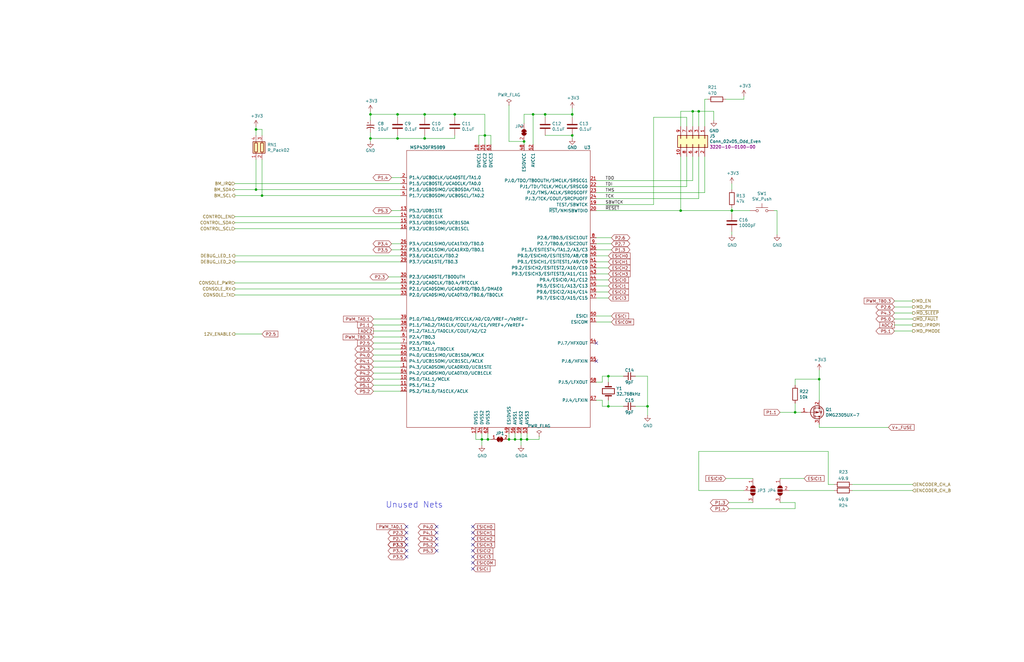
<source format=kicad_sch>
(kicad_sch (version 20230121) (generator eeschema)
  (paper "B")
  (title_block (date "2024-09-27") (rev "1.5") (comment 1 "Design by: Matt Casari") (comment 2 "Updated by Joseph Kurina"))
  (lib_symbols
    (symbol "Connector_Generic:Conn_02x05_Odd_Even" (pin_names (offset 1.016) hide)
      (property "Reference" "J" (at 1.27 7.62 0))
      (property "Value" "Conn_02x05_Odd_Even" (at 1.27 -7.62 0))
      (symbol "Conn_02x05_Odd_Even_1_1"
        (rectangle (start -1.27 -4.953) (end 0 -5.207) (stroke (width 0.1524)))
        (rectangle (start -1.27 -2.413) (end 0 -2.667) (stroke (width 0.1524)))
        (rectangle (start -1.27 0.127) (end 0 -0.127) (stroke (width 0.1524)))
        (rectangle (start -1.27 2.667) (end 0 2.413) (stroke (width 0.1524)))
        (rectangle (start -1.27 5.207) (end 0 4.953) (stroke (width 0.1524)))
        (rectangle (start -1.27 6.35) (end 3.81 -6.35) (stroke (width 0.254)) (fill (type background)))
        (rectangle (start 3.81 -4.953) (end 2.54 -5.207) (stroke (width 0.1524)))
        (rectangle (start 3.81 -2.413) (end 2.54 -2.667) (stroke (width 0.1524)))
        (rectangle (start 3.81 0.127) (end 2.54 -0.127) (stroke (width 0.1524)))
        (rectangle (start 3.81 2.667) (end 2.54 2.413) (stroke (width 0.1524)))
        (rectangle (start 3.81 5.207) (end 2.54 4.953) (stroke (width 0.1524)))
        (pin passive line (at -5.08 5.08 0) (length 3.81) (name "Pin_1") (number "1"))
        (pin passive line (at 7.62 -5.08 180) (length 3.81) (name "Pin_10") (number "10"))
        (pin passive line (at 7.62 5.08 180) (length 3.81) (name "Pin_2") (number "2"))
        (pin passive line (at -5.08 2.54 0) (length 3.81) (name "Pin_3") (number "3"))
        (pin passive line (at 7.62 2.54 180) (length 3.81) (name "Pin_4") (number "4"))
        (pin passive line (at -5.08 0 0) (length 3.81) (name "Pin_5") (number "5"))
        (pin passive line (at 7.62 0 180) (length 3.81) (name "Pin_6") (number "6"))
        (pin passive line (at -5.08 -2.54 0) (length 3.81) (name "Pin_7") (number "7"))
        (pin passive line (at 7.62 -2.54 180) (length 3.81) (name "Pin_8") (number "8"))
        (pin passive line (at -5.08 -5.08 0) (length 3.81) (name "Pin_9") (number "9"))
      )
    )
    (symbol "Device:C" (pin_numbers hide) (pin_names (offset 0.254))
      (property "Reference" "C" (at 0.635 2.54 0))
      (property "Value" "C" (at 0.635 -2.54 0))
      (symbol "C_0_1"
        (polyline (pts (xy -2.032 -0.762) (xy 2.032 -0.762)) (stroke (width 0.508)))
        (polyline (pts (xy -2.032 0.762) (xy 2.032 0.762)) (stroke (width 0.508)))
      )
      (symbol "C_1_1"
        (pin passive line (at 0 3.81 270) (length 2.794) (name "~") (number "1"))
        (pin passive line (at 0 -3.81 90) (length 2.794) (name "~") (number "2"))
      )
    )
    (symbol "Device:C_Polarized_Small_US" (pin_numbers hide) (pin_names (offset 0.254) hide)
      (property "Reference" "C" (at 0.254 1.778 0))
      (property "Value" "C_Polarized_Small_US" (at 0.254 -2.032 0))
      (symbol "C_Polarized_Small_US_0_1"
        (polyline (pts (xy -1.524 0.508) (xy 1.524 0.508)) (stroke (width 0.3048)))
        (polyline (pts (xy -1.27 1.524) (xy -0.762 1.524)))
        (polyline (pts (xy -1.016 1.27) (xy -1.016 1.778)))
        (arc (start 1.524 -0.762) (mid 0 -0.3734) (end -1.524 -0.762) (stroke (width 0.3048)))
      )
      (symbol "C_Polarized_Small_US_1_1"
        (pin passive line (at 0 2.54 270) (length 2.032) (name "~") (number "1"))
        (pin passive line (at 0 -2.54 90) (length 2.032) (name "~") (number "2"))
      )
    )
    (symbol "Device:C_Small" (pin_numbers hide) (pin_names (offset 0.254) hide)
      (property "Reference" "C" (at 0.254 1.778 0))
      (property "Value" "C_Small" (at 0.254 -2.032 0))
      (symbol "C_Small_0_1"
        (polyline (pts (xy -1.524 -0.508) (xy 1.524 -0.508)) (stroke (width 0.3302)))
        (polyline (pts (xy -1.524 0.508) (xy 1.524 0.508)) (stroke (width 0.3048)))
      )
      (symbol "C_Small_1_1"
        (pin passive line (at 0 2.54 270) (length 2.032) (name "~") (number "1"))
        (pin passive line (at 0 -2.54 90) (length 2.032) (name "~") (number "2"))
      )
    )
    (symbol "Device:Crystal" (pin_numbers hide) (pin_names (offset 1.016) hide)
      (property "Reference" "Y" (at 0 3.81 0))
      (property "Value" "Crystal" (at 0 -3.81 0))
      (symbol "Crystal_0_1"
        (rectangle (start -1.143 2.54) (end 1.143 -2.54) (stroke (width 0.3048)))
        (polyline (pts (xy -2.54 0) (xy -1.905 0)))
        (polyline (pts (xy -1.905 -1.27) (xy -1.905 1.27)) (stroke (width 0.508)))
        (polyline (pts (xy 1.905 -1.27) (xy 1.905 1.27)) (stroke (width 0.508)))
        (polyline (pts (xy 2.54 0) (xy 1.905 0)))
      )
      (symbol "Crystal_1_1"
        (pin passive line (at -3.81 0 0) (length 1.27) (name "1") (number "1"))
        (pin passive line (at 3.81 0 180) (length 1.27) (name "2") (number "2"))
      )
    )
    (symbol "Device:R" (pin_numbers hide) (pin_names (offset 0))
      (property "Reference" "R" (at 2.032 0 90))
      (property "Value" "R" (at 0 0 90))
      (symbol "R_0_1"
        (rectangle (start -1.016 -2.54) (end 1.016 2.54) (stroke (width 0.254)))
      )
      (symbol "R_1_1"
        (pin passive line (at 0 3.81 270) (length 1.27) (name "~") (number "1"))
        (pin passive line (at 0 -3.81 90) (length 1.27) (name "~") (number "2"))
      )
    )
    (symbol "Device:R_Pack02" (pin_names (offset 0) hide)
      (property "Reference" "RN" (at -5.08 0 90))
      (property "Value" "R_Pack02" (at 2.54 0 90))
      (symbol "R_Pack02_0_1"
        (rectangle (start -3.81 -2.413) (end 1.27 2.413) (stroke (width 0.254)) (fill (type background)))
        (rectangle (start -3.175 1.905) (end -1.905 -1.905) (stroke (width 0.254)))
        (rectangle (start -0.635 1.905) (end 0.635 -1.905) (stroke (width 0.254)))
        (polyline (pts (xy -2.54 -2.54) (xy -2.54 -1.905)))
        (polyline (pts (xy -2.54 1.905) (xy -2.54 2.54)))
        (polyline (pts (xy 0 -2.54) (xy 0 -1.905)))
        (polyline (pts (xy 0 1.905) (xy 0 2.54)))
      )
      (symbol "R_Pack02_1_1"
        (pin passive line (at -2.54 -5.08 90) (length 2.54) (name "R1.1") (number "1"))
        (pin passive line (at 0 -5.08 90) (length 2.54) (name "R2.1") (number "2"))
        (pin passive line (at 0 5.08 270) (length 2.54) (name "R2.2") (number "3"))
        (pin passive line (at -2.54 5.08 270) (length 2.54) (name "R1.2") (number "4"))
      )
    )
    (symbol "Jumper:SolderJumper_2_Bridged" (pin_names (offset 0) hide)
      (property "Reference" "JP" (at 0 2.032 0))
      (property "Value" "SolderJumper_2_Bridged" (at 0 -2.54 0))
      (symbol "SolderJumper_2_Bridged_0_1"
        (rectangle (start -0.508 0.508) (end 0.508 -0.508) (fill (type outline)))
        (arc (start -0.254 1.016) (mid -1.2656 0) (end -0.254 -1.016))
        (arc (start -0.254 1.016) (mid -1.2656 0) (end -0.254 -1.016) (fill (type outline)))
        (polyline (pts (xy -0.254 1.016) (xy -0.254 -1.016)))
        (polyline (pts (xy 0.254 1.016) (xy 0.254 -1.016)))
        (arc (start 0.254 -1.016) (mid 1.2656 0) (end 0.254 1.016))
        (arc (start 0.254 -1.016) (mid 1.2656 0) (end 0.254 1.016) (fill (type outline)))
      )
      (symbol "SolderJumper_2_Bridged_1_1"
        (pin passive line (at -3.81 0 0) (length 2.54) (name "A") (number "1"))
        (pin passive line (at 3.81 0 180) (length 2.54) (name "B") (number "2"))
      )
    )
    (symbol "Jumper:SolderJumper_3_Open" (pin_names (offset 0) hide)
      (property "Reference" "JP" (at -2.54 -2.54 0))
      (property "Value" "SolderJumper_3_Open" (at 0 2.794 0))
      (symbol "SolderJumper_3_Open_0_1"
        (arc (start -1.016 1.016) (mid -2.0276 0) (end -1.016 -1.016))
        (arc (start -1.016 1.016) (mid -2.0276 0) (end -1.016 -1.016) (fill (type outline)))
        (rectangle (start -0.508 1.016) (end 0.508 -1.016) (fill (type outline)))
        (polyline (pts (xy -2.54 0) (xy -2.032 0)))
        (polyline (pts (xy -1.016 1.016) (xy -1.016 -1.016)))
        (polyline (pts (xy 0 -1.27) (xy 0 -1.016)))
        (polyline (pts (xy 1.016 1.016) (xy 1.016 -1.016)))
        (polyline (pts (xy 2.54 0) (xy 2.032 0)))
        (arc (start 1.016 -1.016) (mid 2.0276 0) (end 1.016 1.016))
        (arc (start 1.016 -1.016) (mid 2.0276 0) (end 1.016 1.016) (fill (type outline)))
      )
      (symbol "SolderJumper_3_Open_1_1"
        (pin passive line (at -5.08 0 0) (length 2.54) (name "A") (number "1"))
        (pin passive line (at 0 -3.81 90) (length 2.54) (name "C") (number "2"))
        (pin passive line (at 5.08 0 180) (length 2.54) (name "B") (number "3"))
      )
    )
    (symbol "PMEL_Microcontroller:MSP430FR5989" (pin_names (offset 1.016))
      (property "Reference" "U" (at 33.02 58.42 0))
      (property "Value" "MSP430FR5989" (at -31.75 59.69 0))
      (symbol "MSP430FR5989_0_0"
        (pin bidirectional line (at -41.91 -34.29 0) (length 2.54) (name "P4.3/UCA0SOMI/UCA0RXD/UCB1STE") (number "1"))
        (pin bidirectional line (at -41.91 -39.37 0) (length 2.54) (name "P5.0/TA1.1/MCLK") (number "10"))
        (pin bidirectional line (at -41.91 -41.91 0) (length 2.54) (name "P5.1/TA1.2") (number "11"))
        (pin bidirectional line (at -41.91 -44.45 0) (length 2.54) (name "P5.2/TA1.0/TA1CLK/ACLK") (number "12"))
        (pin bidirectional line (at -41.91 31.75 0) (length 2.54) (name "P5.3/UDB1STE") (number "13"))
        (pin bidirectional line (at -41.91 29.21 0) (length 2.54) (name "P3.0/UCB1CLK") (number "14"))
        (pin bidirectional line (at -41.91 26.67 0) (length 2.54) (name "P3.1/UDB1SIMO/UCB1SDA") (number "15"))
        (pin bidirectional line (at -41.91 24.13 0) (length 2.54) (name "P3.2/UCB1SOMI/UCB1SCL") (number "16"))
        (pin power_in line (at -10.16 -62.23 90) (length 2.54) (name "DVSS1") (number "17"))
        (pin power_in line (at -8.89 59.69 270) (length 2.54) (name "DVCC1") (number "18"))
        (pin input line (at 40.64 34.29 180) (length 2.54) (name "TEST/SBWTCK") (number "19"))
        (pin bidirectional line (at -41.91 45.72 0) (length 2.54) (name "P1.4/UCB0CLK/UCA0STE/TA1.0") (number "2"))
        (pin input line (at 40.64 31.75 180) (length 2.54) (name "~{RST}/NMISBWTDIO") (number "20"))
        (pin bidirectional line (at 40.64 44.45 180) (length 2.54) (name "PJ.0/TDO/TB0OUTH/SMCLK/SRSCG1") (number "21"))
        (pin bidirectional line (at 40.64 41.91 180) (length 2.54) (name "PJ1/TDI/TCLK/MCLK/SRSCG0") (number "22"))
        (pin bidirectional line (at 40.64 39.37 180) (length 2.54) (name "PJ2/TMS/ACLK/SROSCOFF") (number "23"))
        (pin bidirectional line (at 40.64 36.83 180) (length 2.54) (name "PJ.3/TCK/COUT/SRCPUOFF") (number "24"))
        (pin bidirectional line (at -41.91 -26.67 0) (length 2.54) (name "P3.3/TA1.1/TB0CLK") (number "25"))
        (pin bidirectional line (at -41.91 17.78 0) (length 2.54) (name "P3.4/UCA1SIMO/UCA1TXD/TB0.0") (number "26"))
        (pin bidirectional line (at -41.91 15.24 0) (length 2.54) (name "P3.5/UCA1SOMI/UCA1RXD/TB0.1") (number "27"))
        (pin bidirectional line (at -41.91 12.7 0) (length 2.54) (name "P3.6/UCA1CLK/TB0.2") (number "28"))
        (pin bidirectional line (at -41.91 10.16 0) (length 2.54) (name "P3.7/UCA1STE/TB0.3") (number "29"))
        (pin bidirectional line (at -41.91 43.18 0) (length 2.54) (name "P1.5/UCB0STE/UCA0CLK/TA0.0") (number "3"))
        (pin bidirectional line (at -41.91 3.81 0) (length 2.54) (name "P2.3/UCA0STE/TB0OUTH") (number "30"))
        (pin bidirectional line (at -41.91 1.27 0) (length 2.54) (name "P2.2/UCA0CLK/TB0.4/RTCCLK") (number "31"))
        (pin bidirectional line (at -41.91 -1.27 0) (length 2.54) (name "P2.1/UCA0SOMI/UCA0RXD/TB0.5/DMAE0") (number "32"))
        (pin bidirectional line (at -41.91 -3.81 0) (length 2.54) (name "P2.0/UCA0SIMO/UCA0TXD/TB0.6/TB0CLK") (number "33"))
        (pin power_in line (at -7.62 -62.23 90) (length 2.54) (name "DVSS2") (number "34"))
        (pin power_in line (at -6.35 59.69 270) (length 2.54) (name "DVCC2") (number "35"))
        (pin bidirectional line (at 40.64 15.24 180) (length 2.54) (name "P1.3/ESITEST4/TA1.2/A3/C3") (number "36"))
        (pin bidirectional line (at -41.91 -19.05 0) (length 2.54) (name "P1.2/TA1.1/TA0CLK/COUT/A2/C2") (number "37"))
        (pin bidirectional line (at -41.91 -16.51 0) (length 2.54) (name "P1.1/TA0.2/TA1CLK/COUT/A1/C1/VREF+/VeREF+") (number "38"))
        (pin bidirectional line (at -41.91 -13.97 0) (length 2.54) (name "P1.0/TA0.1/DMAE0/RTCCLK/A0/C0/VREF-/VeREF-") (number "39"))
        (pin bidirectional line (at -41.91 40.64 0) (length 2.54) (name "P1.6/USB0SIMO/UCB0SDA/TA0.1") (number "4"))
        (pin bidirectional line (at 40.64 12.7 180) (length 2.54) (name "P9.0/ESICH0/ESITEST0/A8/C8") (number "40"))
        (pin bidirectional line (at 40.64 10.16 180) (length 2.54) (name "P9.1/ESICH1/ESITEST1/A9/C9") (number "41"))
        (pin bidirectional line (at 40.64 7.62 180) (length 2.54) (name "P9.2/ESICH2/ESITEST2/A10/C10") (number "42"))
        (pin bidirectional line (at 40.64 5.08 180) (length 2.54) (name "P9.3/ESICH3/ESITEST3/A11/C11") (number "43"))
        (pin bidirectional line (at 40.64 2.54 180) (length 2.54) (name "P9.4/ESICI0/A1/C12") (number "44"))
        (pin bidirectional line (at 40.64 0 180) (length 2.54) (name "P9.5/ESICI1/A13/C13") (number "45"))
        (pin bidirectional line (at 40.64 -2.54 180) (length 2.54) (name "P9.6/ESICI2/A14/C14") (number "46"))
        (pin bidirectional line (at 40.64 -5.08 180) (length 2.54) (name "P9.7/ESICI3/A15/C15") (number "47"))
        (pin power_in line (at 10.16 59.69 270) (length 2.54) (name "ESIDVCC") (number "48"))
        (pin power_in line (at 3.81 -62.23 90) (length 2.54) (name "ESIDVSS") (number "49"))
        (pin bidirectional line (at -41.91 38.1 0) (length 2.54) (name "P1.7/UCB0SOMI/UCB0SCL/TA0.2") (number "5"))
        (pin input line (at 40.64 -12.7 180) (length 2.54) (name "ESICI") (number "50"))
        (pin input line (at 40.64 -15.24 180) (length 2.54) (name "ESICOM") (number "51"))
        (pin power_in line (at 13.97 59.69 270) (length 2.54) (name "AVCC1") (number "52"))
        (pin power_in line (at 11.43 -62.23 90) (length 2.54) (name "AVSS3") (number "53"))
        (pin bidirectional line (at 40.64 -24.13 180) (length 2.54) (name "PJ.7/HFXOUT") (number "54"))
        (pin bidirectional line (at 40.64 -31.75 180) (length 2.54) (name "PJ.6/HFXIN") (number "55"))
        (pin power_in line (at 6.35 -62.23 90) (length 2.54) (name "AVSS1") (number "56"))
        (pin bidirectional line (at 40.64 -48.26 180) (length 2.54) (name "PJ.4/LFXIN") (number "57"))
        (pin bidirectional line (at 40.64 -40.64 180) (length 2.54) (name "PJ.5/LFXOUT") (number "58"))
        (pin power_in line (at 8.89 -62.23 90) (length 2.54) (name "AVSS2") (number "59"))
        (pin bidirectional line (at -41.91 -21.59 0) (length 2.54) (name "P2.4/TB0.3") (number "6"))
        (pin bidirectional line (at -41.91 -29.21 0) (length 2.54) (name "P4.0/UCB1SIMO/UCB1SDA/MCLK") (number "60"))
        (pin bidirectional line (at -41.91 -31.75 0) (length 2.54) (name "P4.1/UCB1SOMI/UCB1SCL/ACLK") (number "61"))
        (pin power_in line (at -5.08 -62.23 90) (length 2.54) (name "DVSS3") (number "62"))
        (pin power_in line (at -3.81 59.69 270) (length 2.54) (name "DVCC3") (number "63"))
        (pin bidirectional line (at -41.91 -36.83 0) (length 2.54) (name "P4.2/UCA0SIMO/UCA0TXD/UCB1CLK") (number "64"))
        (pin bidirectional line (at -41.91 -24.13 0) (length 2.54) (name "P2.5/TB0.4") (number "7"))
        (pin bidirectional line (at 40.64 20.32 180) (length 2.54) (name "P2.6/TB0.5/ESIC1OUT") (number "8"))
        (pin bidirectional line (at 40.64 17.78 180) (length 2.54) (name "P2.7/TB0.6/ESIC2OUT") (number "9"))
      )
      (symbol "MSP430FR5989_0_1"
        (rectangle (start -39.37 57.15) (end 38.1 -59.69))
      )
    )
    (symbol "Switch:SW_Push" (pin_numbers hide) (pin_names (offset 1.016) hide)
      (property "Reference" "SW" (at 1.27 2.54 0))
      (property "Value" "SW_Push" (at 0 -1.524 0))
      (symbol "SW_Push_0_1"
        (circle (center -2.032 0) (radius 0.508))
        (polyline (pts (xy 0 1.27) (xy 0 3.048)))
        (polyline (pts (xy 2.54 1.27) (xy -2.54 1.27)))
        (circle (center 2.032 0) (radius 0.508))
        (pin passive line (at -5.08 0 0) (length 2.54) (name "1") (number "1"))
        (pin passive line (at 5.08 0 180) (length 2.54) (name "2") (number "2"))
      )
    )
    (symbol "Transistor_FET:DMG2301L" (pin_names hide)
      (property "Reference" "Q" (at 5.08 1.905 0))
      (property "Value" "DMG2301L" (at 5.08 0 0))
      (symbol "DMG2301L_0_1"
        (polyline (pts (xy 0.254 0) (xy -2.54 0)))
        (polyline (pts (xy 0.254 1.905) (xy 0.254 -1.905)) (stroke (width 0.254)))
        (polyline (pts (xy 0.762 -1.27) (xy 0.762 -2.286)) (stroke (width 0.254)))
        (polyline (pts (xy 0.762 0.508) (xy 0.762 -0.508)) (stroke (width 0.254)))
        (polyline (pts (xy 0.762 2.286) (xy 0.762 1.27)) (stroke (width 0.254)))
        (polyline (pts (xy 2.54 2.54) (xy 2.54 1.778)))
        (polyline (pts (xy 2.54 -2.54) (xy 2.54 0) (xy 0.762 0)))
        (polyline (pts (xy 0.762 1.778) (xy 3.302 1.778) (xy 3.302 -1.778) (xy 0.762 -1.778)))
        (polyline (pts (xy 2.286 0) (xy 1.27 0.381) (xy 1.27 -0.381) (xy 2.286 0)) (fill (type outline)))
        (polyline (pts (xy 2.794 -0.508) (xy 2.921 -0.381) (xy 3.683 -0.381) (xy 3.81 -0.254)))
        (polyline (pts (xy 3.302 -0.381) (xy 2.921 0.254) (xy 3.683 0.254) (xy 3.302 -0.381)))
        (circle (center 1.651 0) (radius 2.794) (stroke (width 0.254)))
        (circle (center 2.54 -1.778) (radius 0.254) (fill (type outline)))
        (circle (center 2.54 1.778) (radius 0.254) (fill (type outline)))
      )
      (symbol "DMG2301L_1_1"
        (pin input line (at -5.08 0 0) (length 2.54) (name "G") (number "1"))
        (pin passive line (at 2.54 -5.08 90) (length 2.54) (name "S") (number "2"))
        (pin passive line (at 2.54 5.08 270) (length 2.54) (name "D") (number "3"))
      )
    )
    (symbol "power:+3V3" (power) (pin_names (offset 0))
      (property "Value" "+3V3" (at 0 3.556 0))
      (symbol "+3V3_0_1"
        (polyline (pts (xy -0.762 1.27) (xy 0 2.54)))
        (polyline (pts (xy 0 0) (xy 0 2.54)))
        (polyline (pts (xy 0 2.54) (xy 0.762 1.27)))
      )
      (symbol "+3V3_1_1"
        (pin power_in line (at 0 0 90) (length 0) hide (name "+3V3") (number "1"))
      )
    )
    (symbol "power:GND" (power) (pin_names (offset 0))
      (property "Value" "GND" (at 0 -3.81 0))
      (symbol "GND_0_1"
        (polyline (pts (xy 0 0) (xy 0 -1.27) (xy 1.27 -1.27) (xy 0 -2.54) (xy -1.27 -1.27) (xy 0 -1.27)))
      )
      (symbol "GND_1_1"
        (pin power_in line (at 0 0 270) (length 0) hide (name "GND") (number "1"))
      )
    )
    (symbol "power:GNDA" (power) (pin_names (offset 0))
      (property "Value" "GNDA" (at 0 -3.81 0))
      (symbol "GNDA_0_1"
        (polyline (pts (xy 0 0) (xy 0 -1.27) (xy 1.27 -1.27) (xy 0 -2.54) (xy -1.27 -1.27) (xy 0 -1.27)))
      )
      (symbol "GNDA_1_1"
        (pin power_in line (at 0 0 270) (length 0) hide (name "GNDA") (number "1"))
      )
    )
    (symbol "power:PWR_FLAG" (power) (pin_numbers hide) (pin_names (offset 0) hide)
      (property "Value" "PWR_FLAG" (at 0 3.81 0))
      (symbol "PWR_FLAG_0_0"
        (pin power_out line (at 0 0 90) (length 0) (name "pwr") (number "1"))
      )
      (symbol "PWR_FLAG_0_1"
        (polyline (pts (xy 0 0) (xy 0 1.27) (xy -1.016 1.905) (xy 0 2.54) (xy 1.016 1.905) (xy 0 1.27)))
      )
    )
  )
  (junction (at 214.63 185.42))
  (junction (at 110.49 82.55))
  (junction (at 287.02 88.9))
  (junction (at 204.47 57.15))
  (junction (at 224.79 48.26))
  (junction (at 308.61 88.9))
  (junction (at 156.21 58.42))
  (junction (at 205.74 185.42))
  (junction (at 167.64 58.42))
  (junction (at 219.71 185.42))
  (junction (at 179.07 58.42))
  (junction (at 156.21 48.26))
  (junction (at 203.2 185.42))
  (junction (at 241.3 57.15))
  (junction (at 222.25 185.42))
  (junction (at 107.95 80.01))
  (junction (at 217.17 185.42))
  (junction (at 292.1 46.99))
  (junction (at 220.98 59.69))
  (junction (at 256.54 158.75))
  (junction (at 345.44 160.02))
  (junction (at 229.87 48.26))
  (junction (at 256.54 171.45))
  (junction (at 167.64 48.26))
  (junction (at 294.64 46.99))
  (junction (at 191.77 48.26))
  (junction (at 273.05 171.45))
  (junction (at 107.95 54.61))
  (junction (at 335.28 173.99))
  (junction (at 241.3 48.26))
  (junction (at 179.07 48.26))
  (no_connect (at 184.15 229.87))
  (no_connect (at 184.15 227.33))
  (no_connect (at 171.45 224.79))
  (no_connect (at 184.15 222.25))
  (no_connect (at 171.45 222.25))
  (no_connect (at 184.15 232.41))
  (no_connect (at 199.39 232.41))
  (no_connect (at 184.15 224.79))
  (no_connect (at 199.39 240.03))
  (no_connect (at 251.46 144.78))
  (no_connect (at 199.39 224.79))
  (no_connect (at 199.39 237.49))
  (no_connect (at 199.39 227.33))
  (no_connect (at 171.45 229.87))
  (no_connect (at 171.45 232.41))
  (no_connect (at 171.45 234.95))
  (no_connect (at 171.45 227.33))
  (no_connect (at 199.39 229.87))
  (no_connect (at 199.39 234.95))
  (no_connect (at 251.46 152.4))
  (no_connect (at 199.39 222.25))
  (wire (pts (xy 168.91 116.84) (xy 163.83 116.84)))
  (wire (pts (xy 203.2 182.88) (xy 203.2 185.42)))
  (wire (pts (xy 167.64 49.53) (xy 167.64 48.26)))
  (wire (pts (xy 335.28 212.09) (xy 328.93 212.09)))
  (wire (pts (xy 256.54 120.65) (xy 251.46 120.65)))
  (wire (pts (xy 377.19 127) (xy 384.81 127)))
  (wire (pts (xy 167.64 48.26) (xy 179.07 48.26)))
  (wire (pts (xy 217.17 185.42) (xy 219.71 185.42)))
  (wire (pts (xy 317.5 212.09) (xy 307.34 212.09)))
  (wire (pts (xy 377.19 134.62) (xy 384.81 134.62)))
  (wire (pts (xy 275.59 49.53) (xy 289.56 49.53)))
  (wire (pts (xy 300.99 46.99) (xy 300.99 50.8)))
  (wire (pts (xy 107.95 54.61) (xy 107.95 57.15)))
  (wire (pts (xy 168.91 91.44) (xy 99.06 91.44)))
  (wire (pts (xy 308.61 88.9) (xy 316.23 88.9)))
  (wire (pts (xy 191.77 57.15) (xy 191.77 58.42)))
  (wire (pts (xy 294.64 46.99) (xy 300.99 46.99)))
  (wire (pts (xy 251.46 107.95) (xy 256.54 107.95)))
  (wire (pts (xy 287.02 46.99) (xy 292.1 46.99)))
  (wire (pts (xy 328.93 201.93) (xy 339.09 201.93)))
  (wire (pts (xy 99.06 140.97) (xy 110.49 140.97)))
  (wire (pts (xy 251.46 123.19) (xy 256.54 123.19)))
  (wire (pts (xy 349.25 204.47) (xy 349.25 190.5)))
  (wire (pts (xy 165.1 74.93) (xy 168.91 74.93)))
  (wire (pts (xy 297.18 81.28) (xy 297.18 66.04)))
  (wire (pts (xy 191.77 58.42) (xy 179.07 58.42)))
  (wire (pts (xy 256.54 158.75) (xy 256.54 161.29)))
  (wire (pts (xy 207.01 57.15) (xy 207.01 60.96)))
  (wire (pts (xy 200.66 182.88) (xy 200.66 185.42)))
  (wire (pts (xy 349.25 204.47) (xy 351.79 204.47)))
  (wire (pts (xy 217.17 182.88) (xy 217.17 185.42)))
  (wire (pts (xy 308.61 88.9) (xy 308.61 87.63)))
  (wire (pts (xy 168.91 110.49) (xy 99.06 110.49)))
  (wire (pts (xy 191.77 48.26) (xy 204.47 48.26)))
  (wire (pts (xy 224.79 60.96) (xy 224.79 48.26)))
  (wire (pts (xy 229.87 48.26) (xy 241.3 48.26)))
  (wire (pts (xy 313.69 41.91) (xy 313.69 40.64)))
  (wire (pts (xy 297.18 41.91) (xy 297.18 53.34)))
  (wire (pts (xy 287.02 53.34) (xy 287.02 46.99)))
  (wire (pts (xy 349.25 190.5) (xy 294.64 190.5)))
  (wire (pts (xy 251.46 81.28) (xy 297.18 81.28)))
  (wire (pts (xy 251.46 113.03) (xy 256.54 113.03)))
  (wire (pts (xy 294.64 190.5) (xy 294.64 207.01)))
  (wire (pts (xy 308.61 99.06) (xy 308.61 97.79)))
  (wire (pts (xy 168.91 142.24) (xy 157.48 142.24)))
  (wire (pts (xy 156.21 46.99) (xy 156.21 48.26)))
  (wire (pts (xy 203.2 187.96) (xy 203.2 185.42)))
  (wire (pts (xy 241.3 48.26) (xy 241.3 49.53)))
  (wire (pts (xy 345.44 156.21) (xy 345.44 160.02)))
  (wire (pts (xy 167.64 58.42) (xy 179.07 58.42)))
  (wire (pts (xy 256.54 110.49) (xy 251.46 110.49)))
  (wire (pts (xy 168.91 80.01) (xy 107.95 80.01)))
  (wire (pts (xy 220.98 48.26) (xy 224.79 48.26)))
  (wire (pts (xy 254 161.29) (xy 254 158.75)))
  (wire (pts (xy 168.91 77.47) (xy 99.06 77.47)))
  (wire (pts (xy 257.81 105.41) (xy 251.46 105.41)))
  (wire (pts (xy 156.21 48.26) (xy 167.64 48.26)))
  (wire (pts (xy 306.07 201.93) (xy 317.5 201.93)))
  (wire (pts (xy 273.05 171.45) (xy 273.05 175.26)))
  (wire (pts (xy 337.82 173.99) (xy 335.28 173.99)))
  (wire (pts (xy 99.06 119.38) (xy 168.91 119.38)))
  (wire (pts (xy 157.48 139.7) (xy 168.91 139.7)))
  (wire (pts (xy 157.48 157.48) (xy 168.91 157.48)))
  (wire (pts (xy 201.93 60.96) (xy 201.93 57.15)))
  (wire (pts (xy 156.21 59.69) (xy 156.21 58.42)))
  (wire (pts (xy 307.34 214.63) (xy 335.28 214.63)))
  (wire (pts (xy 256.54 115.57) (xy 251.46 115.57)))
  (wire (pts (xy 110.49 82.55) (xy 168.91 82.55)))
  (wire (pts (xy 327.66 88.9) (xy 326.39 88.9)))
  (wire (pts (xy 267.97 171.45) (xy 273.05 171.45)))
  (wire (pts (xy 99.06 124.46) (xy 168.91 124.46)))
  (wire (pts (xy 214.63 185.42) (xy 217.17 185.42)))
  (wire (pts (xy 287.02 88.9) (xy 287.02 66.04)))
  (wire (pts (xy 294.64 53.34) (xy 294.64 46.99)))
  (wire (pts (xy 99.06 82.55) (xy 110.49 82.55)))
  (wire (pts (xy 359.41 204.47) (xy 384.81 204.47)))
  (wire (pts (xy 267.97 158.75) (xy 273.05 158.75)))
  (wire (pts (xy 201.93 57.15) (xy 204.47 57.15)))
  (wire (pts (xy 273.05 158.75) (xy 273.05 171.45)))
  (wire (pts (xy 332.74 207.01) (xy 351.79 207.01)))
  (wire (pts (xy 157.48 152.4) (xy 168.91 152.4)))
  (wire (pts (xy 214.63 182.88) (xy 214.63 185.42)))
  (wire (pts (xy 251.46 88.9) (xy 287.02 88.9)))
  (wire (pts (xy 219.71 185.42) (xy 219.71 182.88)))
  (wire (pts (xy 256.54 125.73) (xy 251.46 125.73)))
  (wire (pts (xy 168.91 147.32) (xy 157.48 147.32)))
  (wire (pts (xy 377.19 139.7) (xy 384.81 139.7)))
  (wire (pts (xy 168.91 162.56) (xy 157.48 162.56)))
  (wire (pts (xy 306.07 41.91) (xy 313.69 41.91)))
  (wire (pts (xy 157.48 137.16) (xy 168.91 137.16)))
  (wire (pts (xy 107.95 53.34) (xy 107.95 54.61)))
  (wire (pts (xy 254 171.45) (xy 256.54 171.45)))
  (wire (pts (xy 251.46 78.74) (xy 289.56 78.74)))
  (wire (pts (xy 207.01 57.15) (xy 204.47 57.15)))
  (wire (pts (xy 204.47 57.15) (xy 204.47 60.96)))
  (wire (pts (xy 191.77 48.26) (xy 179.07 48.26)))
  (wire (pts (xy 256.54 158.75) (xy 262.89 158.75)))
  (wire (pts (xy 275.59 86.36) (xy 275.59 49.53)))
  (wire (pts (xy 222.25 182.88) (xy 222.25 185.42)))
  (wire (pts (xy 227.33 184.15) (xy 227.33 185.42)))
  (wire (pts (xy 241.3 45.72) (xy 241.3 48.26)))
  (wire (pts (xy 345.44 180.34) (xy 374.65 180.34)))
  (wire (pts (xy 294.64 207.01) (xy 313.69 207.01)))
  (wire (pts (xy 377.19 137.16) (xy 384.81 137.16)))
  (wire (pts (xy 165.1 102.87) (xy 168.91 102.87)))
  (wire (pts (xy 257.81 135.89) (xy 251.46 135.89)))
  (wire (pts (xy 289.56 49.53) (xy 289.56 53.34)))
  (wire (pts (xy 207.01 185.42) (xy 205.74 185.42)))
  (wire (pts (xy 165.1 88.9) (xy 168.91 88.9)))
  (wire (pts (xy 257.81 100.33) (xy 251.46 100.33)))
  (wire (pts (xy 345.44 160.02) (xy 345.44 168.91)))
  (wire (pts (xy 335.28 214.63) (xy 335.28 212.09)))
  (wire (pts (xy 205.74 185.42) (xy 205.74 182.88)))
  (wire (pts (xy 377.19 132.08) (xy 384.81 132.08)))
  (wire (pts (xy 292.1 76.2) (xy 292.1 66.04)))
  (wire (pts (xy 292.1 46.99) (xy 294.64 46.99)))
  (wire (pts (xy 156.21 55.88) (xy 156.21 58.42)))
  (wire (pts (xy 167.64 58.42) (xy 156.21 58.42)))
  (wire (pts (xy 335.28 173.99) (xy 328.93 173.99)))
  (wire (pts (xy 251.46 118.11) (xy 256.54 118.11)))
  (wire (pts (xy 298.45 41.91) (xy 297.18 41.91)))
  (wire (pts (xy 289.56 78.74) (xy 289.56 66.04)))
  (wire (pts (xy 241.3 58.42) (xy 241.3 57.15)))
  (wire (pts (xy 359.41 207.01) (xy 384.81 207.01)))
  (wire (pts (xy 204.47 48.26) (xy 204.47 57.15)))
  (wire (pts (xy 168.91 134.62) (xy 157.48 134.62)))
  (wire (pts (xy 157.48 165.1) (xy 168.91 165.1)))
  (wire (pts (xy 168.91 154.94) (xy 157.48 154.94)))
  (wire (pts (xy 294.64 83.82) (xy 294.64 66.04)))
  (wire (pts (xy 256.54 171.45) (xy 256.54 168.91)))
  (wire (pts (xy 157.48 144.78) (xy 168.91 144.78)))
  (wire (pts (xy 191.77 49.53) (xy 191.77 48.26)))
  (wire (pts (xy 156.21 48.26) (xy 156.21 50.8)))
  (wire (pts (xy 214.63 59.69) (xy 220.98 59.69)))
  (wire (pts (xy 251.46 133.35) (xy 257.81 133.35)))
  (wire (pts (xy 251.46 86.36) (xy 275.59 86.36)))
  (wire (pts (xy 251.46 76.2) (xy 292.1 76.2)))
  (wire (pts (xy 99.06 80.01) (xy 107.95 80.01)))
  (wire (pts (xy 220.98 59.69) (xy 220.98 60.96)))
  (wire (pts (xy 179.07 48.26) (xy 179.07 49.53)))
  (wire (pts (xy 335.28 160.02) (xy 335.28 162.56)))
  (wire (pts (xy 345.44 160.02) (xy 335.28 160.02)))
  (wire (pts (xy 167.64 57.15) (xy 167.64 58.42)))
  (wire (pts (xy 157.48 160.02) (xy 168.91 160.02)))
  (wire (pts (xy 110.49 54.61) (xy 107.95 54.61)))
  (wire (pts (xy 168.91 149.86) (xy 157.48 149.86)))
  (wire (pts (xy 292.1 46.99) (xy 292.1 53.34)))
  (wire (pts (xy 200.66 185.42) (xy 203.2 185.42)))
  (wire (pts (xy 227.33 185.42) (xy 222.25 185.42)))
  (wire (pts (xy 262.89 171.45) (xy 256.54 171.45)))
  (wire (pts (xy 99.06 107.95) (xy 168.91 107.95)))
  (wire (pts (xy 179.07 58.42) (xy 179.07 57.15)))
  (wire (pts (xy 254 168.91) (xy 254 171.45)))
  (wire (pts (xy 251.46 161.29) (xy 254 161.29)))
  (wire (pts (xy 168.91 105.41) (xy 165.1 105.41)))
  (wire (pts (xy 335.28 170.18) (xy 335.28 173.99)))
  (wire (pts (xy 229.87 49.53) (xy 229.87 48.26)))
  (wire (pts (xy 251.46 168.91) (xy 254 168.91)))
  (wire (pts (xy 203.2 185.42) (xy 205.74 185.42)))
  (wire (pts (xy 110.49 57.15) (xy 110.49 54.61)))
  (wire (pts (xy 107.95 67.31) (xy 107.95 80.01)))
  (wire (pts (xy 99.06 96.52) (xy 168.91 96.52)))
  (wire (pts (xy 327.66 99.06) (xy 327.66 88.9)))
  (wire (pts (xy 224.79 48.26) (xy 229.87 48.26)))
  (wire (pts (xy 219.71 187.96) (xy 219.71 185.42)))
  (wire (pts (xy 214.63 44.45) (xy 214.63 59.69)))
  (wire (pts (xy 229.87 57.15) (xy 241.3 57.15)))
  (wire (pts (xy 222.25 185.42) (xy 219.71 185.42)))
  (wire (pts (xy 308.61 77.47) (xy 308.61 80.01)))
  (wire (pts (xy 287.02 88.9) (xy 308.61 88.9)))
  (wire (pts (xy 345.44 179.07) (xy 345.44 180.34)))
  (wire (pts (xy 99.06 93.98) (xy 168.91 93.98)))
  (wire (pts (xy 220.98 52.07) (xy 220.98 48.26)))
  (wire (pts (xy 377.19 129.54) (xy 384.81 129.54)))
  (wire (pts (xy 110.49 67.31) (xy 110.49 82.55)))
  (wire (pts (xy 251.46 102.87) (xy 257.81 102.87)))
  (wire (pts (xy 308.61 90.17) (xy 308.61 88.9)))
  (wire (pts (xy 251.46 83.82) (xy 294.64 83.82)))
  (wire (pts (xy 254 158.75) (xy 256.54 158.75)))
  (wire (pts (xy 99.06 121.92) (xy 168.91 121.92)))
  (text "Unused Nets" (at 162.56 214.63 0) (effects (font (size 2.54 2.54)) (justify left bottom)))
  (label "~{RESET}" (at 255.27 88.9 0))
  (label "SBWTCK" (at 255.27 86.36 0))
  (label "TMS" (at 255.27 81.28 0))
  (label "TDI" (at 255.27 78.74 0))
  (label "TDO" (at 255.27 76.2 0))
  (label "TCK" (at 255.27 83.82 0))
  (global_label "ESICI2" (shape input) (at 256.54 123.19 0) (property "Intersheetrefs" "${INTERSHEET_REFS}" (effects hide)))
  (global_label "P4.0" (shape bidirectional) (at 157.48 149.86 180) (property "Intersheetrefs" "${INTERSHEET_REFS}" (effects hide)))
  (global_label "P5.2" (shape bidirectional) (at 184.15 229.87 180) (property "Intersheetrefs" "${INTERSHEET_REFS}" (effects hide)))
  (global_label "P3.4" (shape bidirectional) (at 165.1 102.87 180) (property "Intersheetrefs" "${INTERSHEET_REFS}" (effects hide)))
  (global_label "ADC2" (shape passive) (at 377.19 137.16 180) (property "Intersheetrefs" "${INTERSHEET_REFS}" (effects hide)))
  (global_label "P3.5" (shape bidirectional) (at 171.45 234.95 180) (property "Intersheetrefs" "${INTERSHEET_REFS}" (effects hide)))
  (global_label "ESICI1" (shape input) (at 256.54 120.65 0) (property "Intersheetrefs" "${INTERSHEET_REFS}" (effects hide)))
  (global_label "ESICH0" (shape input) (at 256.54 107.95 0) (property "Intersheetrefs" "${INTERSHEET_REFS}" (effects hide)))
  (global_label "P5.0" (shape bidirectional) (at 377.19 134.62 180) (property "Intersheetrefs" "${INTERSHEET_REFS}" (effects hide)))
  (global_label "ESICH3" (shape input) (at 256.54 115.57 0) (property "Intersheetrefs" "${INTERSHEET_REFS}" (effects hide)))
  (global_label "PWM_TB0.3" (shape input) (at 157.48 142.24 180) (property "Intersheetrefs" "${INTERSHEET_REFS}" (effects hide)))
  (global_label "ESICI3" (shape input) (at 256.54 125.73 0) (property "Intersheetrefs" "${INTERSHEET_REFS}" (effects hide)))
  (global_label "P4.1" (shape bidirectional) (at 184.15 224.79 180) (property "Intersheetrefs" "${INTERSHEET_REFS}" (effects hide)))
  (global_label "ESICI1" (shape input) (at 339.09 201.93 0) (property "Intersheetrefs" "${INTERSHEET_REFS}" (effects hide)))
  (global_label "P2.7" (shape bidirectional) (at 257.81 102.87 0) (property "Intersheetrefs" "${INTERSHEET_REFS}" (effects hide)))
  (global_label "ESICOM" (shape input) (at 257.81 135.89 0) (property "Intersheetrefs" "${INTERSHEET_REFS}" (effects hide)))
  (global_label "P3.3" (shape bidirectional) (at 157.48 147.32 180) (property "Intersheetrefs" "${INTERSHEET_REFS}" (effects hide)))
  (global_label "P4.2" (shape bidirectional) (at 157.48 157.48 180) (property "Intersheetrefs" "${INTERSHEET_REFS}" (effects hide)))
  (global_label "ESICI" (shape input) (at 257.81 133.35 0) (property "Intersheetrefs" "${INTERSHEET_REFS}" (effects hide)))
  (global_label "ESICI" (shape input) (at 199.39 240.03 0) (property "Intersheetrefs" "${INTERSHEET_REFS}" (effects hide)))
  (global_label "ESICOM" (shape input) (at 199.39 237.49 0) (property "Intersheetrefs" "${INTERSHEET_REFS}" (effects hide)))
  (global_label "ESICH3" (shape input) (at 199.39 229.87 0) (property "Intersheetrefs" "${INTERSHEET_REFS}" (effects hide)))
  (global_label "P3.3" (shape bidirectional) (at 171.45 229.87 180) (property "Intersheetrefs" "${INTERSHEET_REFS}" (effects hide)))
  (global_label "P5.2" (shape bidirectional) (at 157.48 165.1 180) (property "Intersheetrefs" "${INTERSHEET_REFS}" (effects hide)))
  (global_label "P1.3" (shape bidirectional) (at 307.34 212.09 180) (property "Intersheetrefs" "${INTERSHEET_REFS}" (effects hide)))
  (global_label "ESICH2" (shape input) (at 199.39 227.33 0) (property "Intersheetrefs" "${INTERSHEET_REFS}" (effects hide)))
  (global_label "P3.3" (shape bidirectional) (at 171.45 229.87 180) (property "Intersheetrefs" "${INTERSHEET_REFS}" (effects hide)))
  (global_label "ESICI2" (shape input) (at 199.39 232.41 0) (property "Intersheetrefs" "${INTERSHEET_REFS}" (effects hide)))
  (global_label "PWM_TA0.1" (shape input) (at 157.48 134.62 180) (property "Intersheetrefs" "${INTERSHEET_REFS}" (effects hide)))
  (global_label "P2.3" (shape bidirectional) (at 171.45 224.79 180) (property "Intersheetrefs" "${INTERSHEET_REFS}" (effects hide)))
  (global_label "P1.1" (shape input) (at 157.48 137.16 180) (property "Intersheetrefs" "${INTERSHEET_REFS}" (effects hide)))
  (global_label "P2.7" (shape bidirectional) (at 171.45 227.33 180) (property "Intersheetrefs" "${INTERSHEET_REFS}" (effects hide)))
  (global_label "P2.6" (shape bidirectional) (at 257.81 100.33 0) (property "Intersheetrefs" "${INTERSHEET_REFS}" (effects hide)))
  (global_label "P4.0" (shape bidirectional) (at 184.15 222.25 180) (property "Intersheetrefs" "${INTERSHEET_REFS}" (effects hide)))
  (global_label "P5.3" (shape bidirectional) (at 165.1 88.9 180) (property "Intersheetrefs" "${INTERSHEET_REFS}" (effects hide)))
  (global_label "P4.3" (shape bidirectional) (at 377.19 132.08 180) (property "Intersheetrefs" "${INTERSHEET_REFS}" (effects hide)))
  (global_label "P1.3" (shape bidirectional) (at 257.81 105.41 0) (property "Intersheetrefs" "${INTERSHEET_REFS}" (effects hide)))
  (global_label "P3.4" (shape bidirectional) (at 171.45 232.41 180) (property "Intersheetrefs" "${INTERSHEET_REFS}" (effects hide)))
  (global_label "P1.4" (shape bidirectional) (at 165.1 74.93 180) (property "Intersheetrefs" "${INTERSHEET_REFS}" (effects hide)))
  (global_label "ESICH1" (shape input) (at 256.54 110.49 0) (property "Intersheetrefs" "${INTERSHEET_REFS}" (effects hide)))
  (global_label "P5.1" (shape bidirectional) (at 377.19 139.7 180) (property "Intersheetrefs" "${INTERSHEET_REFS}" (effects hide)))
  (global_label "ESICI3" (shape input) (at 199.39 234.95 0) (property "Intersheetrefs" "${INTERSHEET_REFS}" (effects hide)))
  (global_label "P4.2" (shape bidirectional) (at 184.15 227.33 180) (property "Intersheetrefs" "${INTERSHEET_REFS}" (effects hide)))
  (global_label "P2.5" (shape input) (at 157.48 144.78 180) (property "Intersheetrefs" "${INTERSHEET_REFS}" (effects hide)))
  (global_label "ESICI0" (shape input) (at 256.54 118.11 0) (property "Intersheetrefs" "${INTERSHEET_REFS}" (effects hide)))
  (global_label "V+_FUSE" (shape input) (at 374.65 180.34 0) (property "Intersheetrefs" "${INTERSHEET_REFS}" (effects hide)))
  (global_label "PWM_TB0.3" (shape input) (at 377.19 127 180) (property "Intersheetrefs" "${INTERSHEET_REFS}" (effects hide)))
  (global_label "ESICH2" (shape input) (at 256.54 113.03 0) (property "Intersheetrefs" "${INTERSHEET_REFS}" (effects hide)))
  (global_label "P1.4" (shape bidirectional) (at 307.34 214.63 180) (property "Intersheetrefs" "${INTERSHEET_REFS}" (effects hide)))
  (global_label "ESICH1" (shape input) (at 199.39 224.79 0) (property "Intersheetrefs" "${INTERSHEET_REFS}" (effects hide)))
  (global_label "P2.3" (shape bidirectional) (at 163.83 116.84 180) (property "Intersheetrefs" "${INTERSHEET_REFS}" (effects hide)))
  (global_label "P5.1" (shape bidirectional) (at 157.48 162.56 180) (property "Intersheetrefs" "${INTERSHEET_REFS}" (effects hide)))
  (global_label "P2.6" (shape bidirectional) (at 377.19 129.54 180) (property "Intersheetrefs" "${INTERSHEET_REFS}" (effects hide)))
  (global_label "ESICI0" (shape input) (at 306.07 201.93 180) (property "Intersheetrefs" "${INTERSHEET_REFS}" (effects hide)))
  (global_label "ADC2" (shape passive) (at 157.48 139.7 180) (property "Intersheetrefs" "${INTERSHEET_REFS}" (effects hide)))
  (global_label "P5.3" (shape bidirectional) (at 184.15 232.41 180) (property "Intersheetrefs" "${INTERSHEET_REFS}" (effects hide)))
  (global_label "P3.5" (shape bidirectional) (at 165.1 105.41 180) (property "Intersheetrefs" "${INTERSHEET_REFS}" (effects hide)))
  (global_label "ESICH0" (shape input) (at 199.39 222.25 0) (property "Intersheetrefs" "${INTERSHEET_REFS}" (effects hide)))
  (global_label "P4.3" (shape bidirectional) (at 157.48 154.94 180) (property "Intersheetrefs" "${INTERSHEET_REFS}" (effects hide)))
  (global_label "P2.5" (shape input) (at 110.49 140.97 0) (property "Intersheetrefs" "${INTERSHEET_REFS}" (effects hide)))
  (global_label "P1.1" (shape input) (at 328.93 173.99 180) (property "Intersheetrefs" "${INTERSHEET_REFS}" (effects hide)))
  (global_label "P5.0" (shape bidirectional) (at 157.48 160.02 180) (property "Intersheetrefs" "${INTERSHEET_REFS}" (effects hide)))
  (global_label "P4.1" (shape bidirectional) (at 157.48 152.4 180) (property "Intersheetrefs" "${INTERSHEET_REFS}" (effects hide)))
  (global_label "PWM_TA0.1" (shape input) (at 171.45 222.25 180) (property "Intersheetrefs" "${INTERSHEET_REFS}" (effects hide)))
  (hierarchical_label "MD_PMODE" (shape output) (at 384.81 139.7 0))
  (hierarchical_label "DEBUG_LED_1" (shape output) (at 99.06 107.95 180))
  (hierarchical_label "MD_IPROPI" (shape passive) (at 384.81 137.16 0))
  (hierarchical_label "BM_IRQ" (shape input) (at 99.06 77.47 180))
  (hierarchical_label "BM_SDA" (shape bidirectional) (at 99.06 80.01 180))
  (hierarchical_label "CONTROL_EN" (shape input) (at 99.06 91.44 180))
  (hierarchical_label "CONSOLE_RX" (shape output) (at 99.06 121.92 180))
  (hierarchical_label "ENCODER_CH_B" (shape input) (at 384.81 207.01 0))
  (hierarchical_label "CONSOLE_PWR" (shape input) (at 99.06 119.38 180))
  (hierarchical_label "ENCODER_CH_A" (shape input) (at 384.81 204.47 0))
  (hierarchical_label "~{MD_SLEEP}" (shape output) (at 384.81 132.08 0))
  (hierarchical_label "BM_SCL" (shape output) (at 99.06 82.55 180))
  (hierarchical_label "~{MD_FAULT}" (shape input) (at 384.81 134.62 0))
  (hierarchical_label "CONSOLE_TX" (shape input) (at 99.06 124.46 180))
  (hierarchical_label "CONTROL_SDA" (shape bidirectional) (at 99.06 93.98 180))
  (hierarchical_label "12V_ENABLE" (shape output) (at 99.06 140.97 180))
  (hierarchical_label "CONTROL_SCL" (shape input) (at 99.06 96.52 180))
  (hierarchical_label "MD_PH" (shape output) (at 384.81 129.54 0))
  (hierarchical_label "DEBUG_LED_2" (shape output) (at 99.06 110.49 180))
  (hierarchical_label "MD_EN" (shape output) (at 384.81 127 0))
  (symbol (lib_id "Device:Crystal") (at 256.54 165.1 270) (unit 1)
    (property "Reference" "Y1" (at 259.8674 163.9316 90) (effects (justify left)))
    (property "Value" "32.768kHz" (at 259.8674 166.243 90) (effects (justify left)))
    (property "Footprint" "Crystal:Crystal_SMD_3215-2Pin_3.2x1.5mm" (effects hide))
    (property "MPN" "ABS07-32.768KHZ-9-H-T" (effects hide))
  )
  (symbol (lib_id "Device:C_Small") (at 265.43 158.75 270) (unit 1)
    (property "Reference" "C14" (at 265.43 156.21 90))
    (property "Value" "9pF" (at 265.43 161.29 90))
    (property "Footprint" "Capacitor_SMD:C_0603_1608Metric" (effects hide))
    (property "MPN" "CBR06C909BAGAC" (effects hide))
  )
  (symbol (lib_id "Device:C_Small") (at 265.43 171.45 270) (unit 1)
    (property "Reference" "C15" (at 265.43 168.91 90))
    (property "Value" "9pF" (at 265.43 173.99 90))
    (property "Footprint" "Capacitor_SMD:C_0603_1608Metric" (effects hide))
    (property "MPN" "CBR06C909BAGAC" (effects hide))
  )
  (symbol (lib_id "power:GND") (at 273.05 175.26 0) (unit 1)
    (property "Reference" "#PWR025" (effects hide))
    (property "Value" "GND" (at 273.177 179.6542 0))
  )
  (symbol (lib_id "PMEL_Microcontroller:MSP430FR5989") (at 210.82 120.65 0) (unit 1)
    (property "Reference" "U3" (at 247.65 62.23 0))
    (property "Value" "MSP430FR5989" (at 180.34 62.23 0))
    (property "Footprint" "Package_QFP:LQFP-64_10x10mm_P0.5mm" (effects hide))
    (property "Datasheet" "https://www.ti.com/lit/ds/symlink/msp430fr5989.pdf?ts=1591995725922&ref_url=https%253A%252F%252Fwww.ti.com%252Fproduct%252FMSP430FR5989" (effects hide))
    (property "UserGuide" "https://www.ti.com/lit/ug/slau367p/slau367p.pdf?ts=1591999289180&ref_url=https%253A%252F%252Fwww.ti.com%252Fproduct%252FMSP430FR5989" (effects hide))
    (property "Errata" "https://www.ti.com/lit/er/slaz523y/slaz523y.pdf?ts=1591999307418&ref_url=https%253A%252F%252Fwww.ti.com%252Fproduct%252FMSP430FR5989" (effects hide))
    (property "MPN" "MSP430FR5989IPMR" (effects hide))
  )
  (symbol (lib_id "power:GND") (at 203.2 187.96 0) (unit 1)
    (property "Reference" "#PWR021" (effects hide))
    (property "Value" "GND" (at 203.327 192.3542 0))
  )
  (symbol (lib_id "Jumper:SolderJumper_2_Bridged") (at 210.82 185.42 0) (unit 1)
    (property "Reference" "JP1" (at 210.82 182.88 0))
    (property "Value" "SolderJumper_2_Bridged" (effects hide))
    (property "Footprint" "Jumper:SolderJumper-2_P1.3mm_Bridged_RoundedPad1.0x1.5mm" (effects hide))
  )
  (symbol (lib_id "power:GNDA") (at 219.71 187.96 0) (unit 1)
    (property "Reference" "#PWR022" (effects hide))
    (property "Value" "GNDA" (at 219.837 192.3542 0))
  )
  (symbol (lib_id "Connector_Generic:Conn_02x05_Odd_Even") (at 292.1 58.42 270) (unit 1)
    (property "Reference" "J5" (at 299.212 57.3786 90) (effects (justify left)))
    (property "Value" "Conn_02x05_Odd_Even" (at 299.212 59.69 90) (effects (justify left)))
    (property "Footprint" "Connector_PinSocket_1.27mm:PinSocket_2x05_P1.27mm_Vertical" (effects hide))
    (property "MPN" "3220-10-0100-00" (at 299.212 62.0014 90) (effects (justify left)))
  )
  (symbol (lib_id "Device:C") (at 229.87 53.34 0) (unit 1)
    (property "Reference" "C12" (at 232.791 52.1716 0) (effects (justify left)))
    (property "Value" "0.1uF" (at 232.791 54.483 0) (effects (justify left)))
    (property "Footprint" "Capacitor_SMD:C_0805_2012Metric" (effects hide))
    (property "MPN" "885012207045" (effects hide))
  )
  (symbol (lib_id "power:GND") (at 300.99 50.8 0) (unit 1)
    (property "Reference" "#PWR026" (effects hide))
    (property "Value" "GND" (at 301.117 55.1942 0))
  )
  (symbol (lib_id "power:+3V3") (at 156.21 46.99 0) (unit 1)
    (property "Reference" "#PWR019" (effects hide))
    (property "Value" "+3V3" (at 156.591 42.5958 0))
  )
  (symbol (lib_id "Device:C") (at 191.77 53.34 0) (unit 1)
    (property "Reference" "C11" (at 194.691 52.1716 0) (effects (justify left)))
    (property "Value" "0.1uF" (at 194.691 54.483 0) (effects (justify left)))
    (property "Footprint" "Capacitor_SMD:C_0805_2012Metric" (effects hide))
    (property "MPN" "885012207045" (effects hide))
  )
  (symbol (lib_id "power:+3V3") (at 241.3 45.72 0) (unit 1)
    (property "Reference" "#PWR023" (effects hide))
    (property "Value" "+3V3" (at 241.681 41.3258 0))
  )
  (symbol (lib_id "power:GND") (at 156.21 59.69 0) (unit 1)
    (property "Reference" "#PWR020" (effects hide))
    (property "Value" "GND" (at 156.21 63.5 0))
  )
  (symbol (lib_id "Device:R") (at 308.61 83.82 0) (unit 1)
    (property "Reference" "R13" (at 310.388 82.6516 0) (effects (justify left)))
    (property "Value" "47k" (at 310.388 84.963 0) (effects (justify left)))
    (property "Footprint" "Resistor_SMD:R_0805_2012Metric" (effects hide))
    (property "MPN" "CRGCQ0805F47K" (effects hide))
  )
  (symbol (lib_id "Device:C") (at 308.61 93.98 0) (unit 1)
    (property "Reference" "C16" (at 311.531 92.8116 0) (effects (justify left)))
    (property "Value" "1000pF" (at 311.531 95.123 0) (effects (justify left)))
    (property "Footprint" "Capacitor_SMD:C_0603_1608Metric" (effects hide))
    (property "MPN" "CL10B102KB8NNNC" (effects hide))
  )
  (symbol (lib_id "Device:C") (at 167.64 53.34 0) (unit 1)
    (property "Reference" "C9" (at 170.561 52.1716 0) (effects (justify left)))
    (property "Value" "0.1uF" (at 170.561 54.483 0) (effects (justify left)))
    (property "Footprint" "Capacitor_SMD:C_0805_2012Metric" (effects hide))
    (property "MPN" "885012207045" (effects hide))
  )
  (symbol (lib_id "power:GND") (at 308.61 99.06 0) (unit 1)
    (property "Reference" "#PWR028" (effects hide))
    (property "Value" "GND" (at 308.737 103.4542 0))
  )
  (symbol (lib_id "power:+3V3") (at 308.61 77.47 0) (unit 1)
    (property "Reference" "#PWR027" (effects hide))
    (property "Value" "+3V3" (at 308.991 73.0758 0))
  )
  (symbol (lib_id "Device:C") (at 179.07 53.34 0) (unit 1)
    (property "Reference" "C10" (at 181.991 52.1716 0) (effects (justify left)))
    (property "Value" "0.1uF" (at 181.991 54.483 0) (effects (justify left)))
    (property "Footprint" "Capacitor_SMD:C_0805_2012Metric" (effects hide))
    (property "MPN" "885012207045" (effects hide))
  )
  (symbol (lib_id "Switch:SW_Push") (at 321.31 88.9 0) (unit 1)
    (property "Reference" "SW1" (at 321.31 81.661 0))
    (property "Value" "SW_Push" (at 321.31 83.9724 0))
    (property "Footprint" "Button_Switch_SMD:SW_SPST_TL3305A" (effects hide))
    (property "MPN" "TL3315NF100Q" (effects hide))
  )
  (symbol (lib_id "power:GND") (at 327.66 99.06 0) (unit 1)
    (property "Reference" "#PWR029" (effects hide))
    (property "Value" "GND" (at 327.787 103.4542 0))
  )
  (symbol (lib_id "Device:C_Polarized_Small_US") (at 156.21 53.34 0) (unit 1)
    (property "Reference" "C8" (at 159.2072 52.1716 0) (effects (justify left)))
    (property "Value" "10uF" (at 159.2072 54.483 0) (effects (justify left)))
    (property "Footprint" "Capacitor_SMD:CP_Elec_4x4.5" (effects hide))
    (property "MPN" "EEE-HB1C100R" (effects hide))
  )
  (symbol (lib_id "Device:C") (at 241.3 53.34 0) (unit 1)
    (property "Reference" "C13" (at 244.221 52.1716 0) (effects (justify left)))
    (property "Value" "0.1uF" (at 244.221 54.483 0) (effects (justify left)))
    (property "Footprint" "Capacitor_SMD:C_0805_2012Metric" (effects hide))
    (property "MPN" "885012207045" (effects hide))
  )
  (symbol (lib_id "power:GND") (at 241.3 58.42 0) (unit 1)
    (property "Reference" "#PWR024" (effects hide))
    (property "Value" "GND" (at 241.3 62.23 0))
  )
  (symbol (lib_id "Device:R_Pack02") (at 110.49 62.23 0) (unit 1)
    (property "Reference" "RN1" (at 112.7252 61.0616 0) (effects (justify left)))
    (property "Value" "R_Pack02" (at 112.7252 63.373 0) (effects (justify left)))
    (property "Footprint" "Resistor_SMD:R_Array_Concave_2x0603" (effects hide))
    (property "MPN" "EXB-V4V472JV" (effects hide))
  )
  (symbol (lib_id "power:+3V3") (at 107.95 53.34 0) (unit 1)
    (property "Reference" "#PWR059" (effects hide))
    (property "Value" "+3V3" (at 108.331 48.9458 0))
  )
  (symbol (lib_id "Jumper:SolderJumper_2_Bridged") (at 220.98 55.88 270) (unit 1)
    (property "Reference" "JP2" (at 217.17 53.34 90) (effects (justify left)))
    (property "Value" "SolderJumper_2_Bridged" (effects hide))
    (property "Footprint" "Jumper:SolderJumper-2_P1.3mm_Bridged_RoundedPad1.0x1.5mm" (effects hide))
  )
  (symbol (lib_id "power:PWR_FLAG") (at 214.63 44.45 0) (unit 1)
    (property "Reference" "#FLG0106" (effects hide))
    (property "Value" "PWR_FLAG" (at 214.63 40.0558 0))
  )
  (symbol (lib_id "power:PWR_FLAG") (at 227.33 184.15 0) (unit 1)
    (property "Reference" "#FLG0107" (effects hide))
    (property "Value" "PWR_FLAG" (at 227.33 179.7558 0))
  )
  (symbol (lib_id "Device:R") (at 302.26 41.91 270) (unit 1)
    (property "Reference" "R21" (at 298.45 36.83 90) (effects (justify left)))
    (property "Value" "470" (at 298.45 39.37 90) (effects (justify left)))
    (property "Footprint" "Resistor_SMD:R_0805_2012Metric" (effects hide))
    (property "MPN" "CRGCQ0805F470R" (effects hide))
  )
  (symbol (lib_id "power:+3V3") (at 313.69 40.64 0) (unit 1)
    (property "Reference" "#PWR015" (effects hide))
    (property "Value" "+3V3" (at 314.071 36.2458 0))
  )
  (symbol (lib_id "Transistor_FET:DMG2301L") (at 342.9 173.99 0) (mirror x) (unit 1)
    (property "Reference" "Q1" (at 348.107 172.8216 0) (effects (justify left)))
    (property "Value" "DMG2305UX-7" (at 348.107 175.133 0) (effects (justify left)))
    (property "Footprint" "Package_TO_SOT_SMD:SOT-23" (effects hide))
    (property "Datasheet" "https://www.diodes.com/assets/Datasheets/DMG2305UX.pdf" (effects hide))
    (property "MPN" "DMG2305UX-7" (effects hide))
  )
  (symbol (lib_id "Jumper:SolderJumper_3_Open") (at 317.5 207.01 270) (unit 1)
    (property "Reference" "JP3" (at 319.2272 207.01 90) (effects (justify left)))
    (property "Value" "SolderJumper_3_Open" (effects hide))
    (property "Footprint" "Jumper:SolderJumper-3_P1.3mm_Open_RoundedPad1.0x1.5mm_NumberLabels" (effects hide))
  )
  (symbol (lib_id "Jumper:SolderJumper_3_Open") (at 328.93 207.01 90) (mirror x) (unit 1)
    (property "Reference" "JP4" (at 327.2282 207.01 90) (effects (justify left)))
    (property "Value" "SolderJumper_3_Open" (effects hide))
    (property "Footprint" "Jumper:SolderJumper-3_P1.3mm_Open_RoundedPad1.0x1.5mm_NumberLabels" (effects hide))
  )
  (symbol (lib_id "power:+3V3") (at 345.44 156.21 0) (unit 1)
    (property "Reference" "#PWR030" (effects hide))
    (property "Value" "+3V3" (at 345.821 151.8158 0))
  )
  (symbol (lib_id "Device:R") (at 335.28 166.37 0) (unit 1)
    (property "Reference" "R22" (at 337.058 165.2016 0) (effects (justify left)))
    (property "Value" "10k" (at 337.058 167.513 0) (effects (justify left)))
    (property "Footprint" "Resistor_SMD:R_0805_2012Metric" (effects hide))
    (property "MPN" "RNCP0805FTD10K0" (effects hide))
  )
  (symbol (lib_id "Device:R") (at 355.6 204.47 270) (unit 1)
    (property "Reference" "R23" (at 355.6 199.2122 90))
    (property "Value" "49.9" (at 355.6 201.93 90))
    (property "Footprint" "Resistor_SMD:R_0805_2012Metric" (effects hide))
    (property "MPN" "RNCP0805FTD49R9" (effects hide))
  )
  (symbol (lib_id "Device:R") (at 355.6 207.01 90) (unit 1)
    (property "Reference" "R24" (at 355.6 213.36 90))
    (property "Value" "49.9" (at 355.6 210.82 90))
    (property "Footprint" "Resistor_SMD:R_0805_2012Metric" (effects hide))
    (property "MPN" "RNCP0805FTD49R9" (effects hide))
  )
)
</source>
